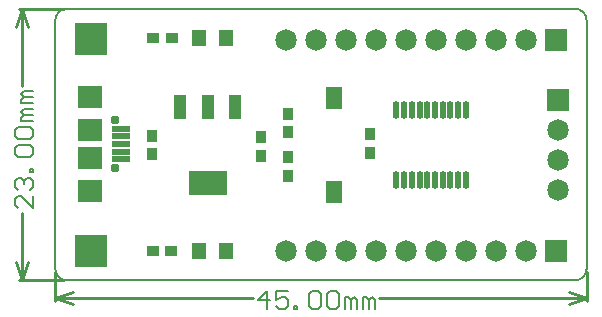
<source format=gts>
G04*
G04 #@! TF.GenerationSoftware,Altium Limited,Altium Designer,21.2.2 (38)*
G04*
G04 Layer_Color=8388736*
%FSLAX24Y24*%
%MOIN*%
G70*
G04*
G04 #@! TF.SameCoordinates,73095A83-B390-47B6-BD11-AEDCE0CE4F92*
G04*
G04*
G04 #@! TF.FilePolarity,Negative*
G04*
G01*
G75*
%ADD13C,0.0060*%
%ADD16C,0.0060*%
%ADD17C,0.0100*%
%ADD27R,0.0430X0.0365*%
%ADD28R,0.0500X0.0550*%
%ADD29O,0.0227X0.0601*%
%ADD30R,0.0365X0.0430*%
%ADD31R,0.0522X0.0759*%
%ADD32R,0.0385X0.0837*%
%ADD33R,0.1310X0.0837*%
%ADD34R,0.0601X0.0207*%
%ADD35R,0.0798X0.0759*%
%ADD36R,0.1050X0.1050*%
%ADD37R,0.0719X0.0719*%
%ADD38C,0.0719*%
%ADD39R,0.0719X0.0719*%
%ADD40C,0.0306*%
D13*
X0Y394D02*
Y8661D01*
X394Y0D02*
X17323D01*
X394Y9055D02*
X17323D01*
X17717Y394D02*
Y8661D01*
X7049Y-940D02*
Y-340D01*
X6749Y-640D01*
X7149D01*
X7749Y-340D02*
X7349D01*
Y-640D01*
X7549Y-540D01*
X7649D01*
X7749Y-640D01*
Y-840D01*
X7649Y-940D01*
X7449D01*
X7349Y-840D01*
X7949Y-940D02*
Y-840D01*
X8048D01*
Y-940D01*
X7949D01*
X8448Y-440D02*
X8548Y-340D01*
X8748D01*
X8848Y-440D01*
Y-840D01*
X8748Y-940D01*
X8548D01*
X8448Y-840D01*
Y-440D01*
X9048D02*
X9148Y-340D01*
X9348D01*
X9448Y-440D01*
Y-840D01*
X9348Y-940D01*
X9148D01*
X9048Y-840D01*
Y-440D01*
X9648Y-940D02*
Y-540D01*
X9748D01*
X9848Y-640D01*
Y-940D01*
Y-640D01*
X9948Y-540D01*
X10048Y-640D01*
Y-940D01*
X10248D02*
Y-540D01*
X10348D01*
X10448Y-640D01*
Y-940D01*
Y-640D01*
X10548Y-540D01*
X10648Y-640D01*
Y-940D01*
X-730Y2818D02*
Y2418D01*
X-1130Y2818D01*
X-1230D01*
X-1330Y2718D01*
Y2518D01*
X-1230Y2418D01*
Y3018D02*
X-1330Y3118D01*
Y3318D01*
X-1230Y3418D01*
X-1130D01*
X-1030Y3318D01*
Y3218D01*
Y3318D01*
X-930Y3418D01*
X-830D01*
X-730Y3318D01*
Y3118D01*
X-830Y3018D01*
X-730Y3618D02*
X-830D01*
Y3718D01*
X-730D01*
Y3618D01*
X-1230Y4118D02*
X-1330Y4218D01*
Y4418D01*
X-1230Y4518D01*
X-830D01*
X-730Y4418D01*
Y4218D01*
X-830Y4118D01*
X-1230D01*
Y4717D02*
X-1330Y4817D01*
Y5017D01*
X-1230Y5117D01*
X-830D01*
X-730Y5017D01*
Y4817D01*
X-830Y4717D01*
X-1230D01*
X-730Y5317D02*
X-1130D01*
Y5417D01*
X-1030Y5517D01*
X-730D01*
X-1030D01*
X-1130Y5617D01*
X-1030Y5717D01*
X-730D01*
Y5917D02*
X-1130D01*
Y6017D01*
X-1030Y6117D01*
X-730D01*
X-1030D01*
X-1130Y6217D01*
X-1030Y6317D01*
X-730D01*
D16*
X17323Y0D02*
G03*
X17717Y394I0J394D01*
G01*
X17717Y8661D02*
G03*
X17323Y9055I-394J0D01*
G01*
X394D02*
G03*
X0Y8661I0J-394D01*
G01*
Y394D02*
G03*
X394Y0I394J0D01*
G01*
D17*
X0Y-580D02*
X600Y-380D01*
X0Y-580D02*
X600Y-780D01*
X17117D02*
X17717Y-580D01*
X17117Y-380D02*
X17717Y-580D01*
X0D02*
X6589D01*
X10808D02*
X17717D01*
X0Y-680D02*
Y294D01*
X17717Y-680D02*
Y294D01*
X-1090Y9055D02*
X-890Y8455D01*
X-1290D02*
X-1090Y9055D01*
X-1290Y600D02*
X-1090Y0D01*
X-890Y600D01*
X-1090Y6477D02*
Y9055D01*
Y0D02*
Y2258D01*
X-1190Y9055D02*
X294D01*
X-1190Y0D02*
X294D01*
D27*
X3870Y990D02*
D03*
X3250D02*
D03*
X3260Y8070D02*
D03*
X3880D02*
D03*
D28*
X4780Y990D02*
D03*
X5680D02*
D03*
X4800Y8070D02*
D03*
X5700D02*
D03*
D29*
X13682Y5681D02*
D03*
X13426D02*
D03*
X13170D02*
D03*
X12914D02*
D03*
X12658D02*
D03*
X12402D02*
D03*
X11378D02*
D03*
X13682Y3359D02*
D03*
X13426D02*
D03*
X13170D02*
D03*
X12914D02*
D03*
X12658D02*
D03*
X12402D02*
D03*
X12146D02*
D03*
X11890D02*
D03*
X11634D02*
D03*
X11378D02*
D03*
X11890Y5681D02*
D03*
X12146D02*
D03*
X11634D02*
D03*
D30*
X10500Y4250D02*
D03*
Y4870D02*
D03*
X7760Y4095D02*
D03*
Y3475D02*
D03*
X7770Y4935D02*
D03*
Y5555D02*
D03*
X6850Y4160D02*
D03*
Y4780D02*
D03*
X3220Y4820D02*
D03*
Y4200D02*
D03*
D31*
X9298Y2957D02*
D03*
X9290Y6080D02*
D03*
D32*
X5080Y5790D02*
D03*
X4174D02*
D03*
X5986D02*
D03*
D33*
X5080Y3240D02*
D03*
D34*
X2203Y5059D02*
D03*
Y4036D02*
D03*
Y4803D02*
D03*
Y4548D02*
D03*
Y4292D02*
D03*
D35*
X1160Y6122D02*
D03*
Y2973D02*
D03*
Y4075D02*
D03*
Y5020D02*
D03*
D36*
X1190Y970D02*
D03*
X1210Y8030D02*
D03*
D37*
X16770Y6025D02*
D03*
D38*
Y5025D02*
D03*
Y4025D02*
D03*
Y3025D02*
D03*
X15700Y984D02*
D03*
X14700D02*
D03*
X13700D02*
D03*
X12700D02*
D03*
X11700D02*
D03*
X10700D02*
D03*
X9700D02*
D03*
X8700D02*
D03*
X7700D02*
D03*
X8700Y8016D02*
D03*
X10700D02*
D03*
X9700D02*
D03*
X7700D02*
D03*
X11700D02*
D03*
X12700D02*
D03*
X13700D02*
D03*
X14700D02*
D03*
X15700D02*
D03*
D39*
X16700Y984D02*
D03*
Y8016D02*
D03*
D40*
X2006Y3760D02*
D03*
Y5335D02*
D03*
M02*

</source>
